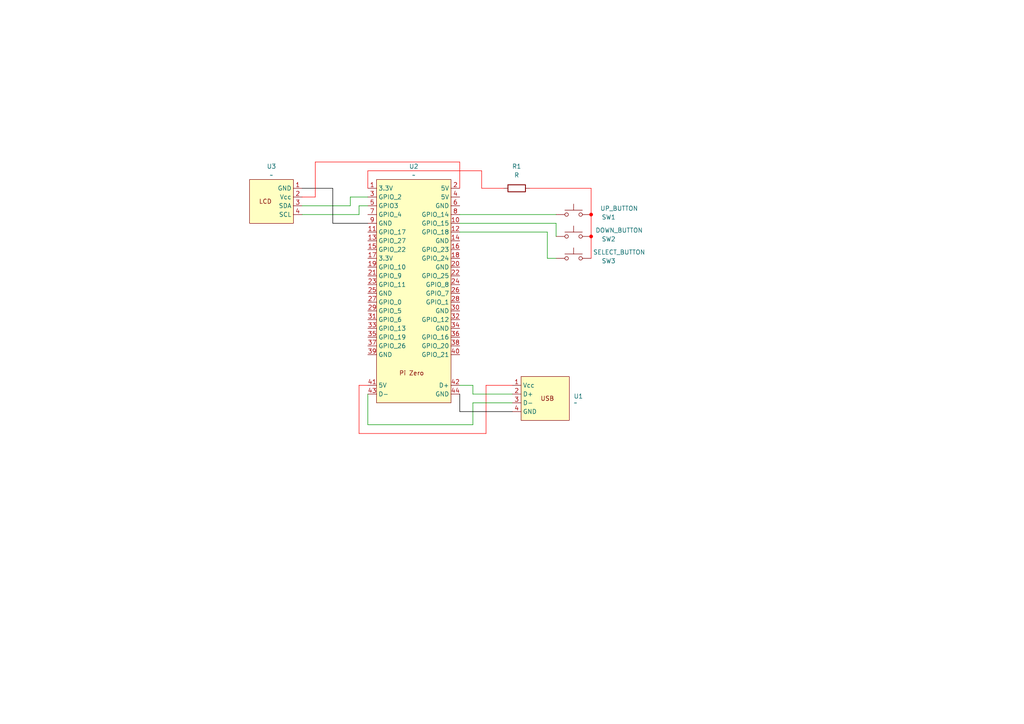
<source format=kicad_sch>
(kicad_sch (version 20231120) (generator "eeschema") (generator_version "8.0")
  (paper "A4")
  (lib_symbols
    (symbol "Device:R" (pin_numbers hide) (pin_names (offset 0))
      (property "Reference" "R" (at 2.032 0 90))
      (property "Value" "R" (at 0 0 90))
      (symbol "R_0_1"
        (rectangle (start -1.016 -2.54) (end 1.016 2.54) (stroke (width 0.254)))
      )
      (symbol "R_1_1"
        (pin passive line (at 0 3.81 270) (length 1.27) (name "~") (number "1"))
        (pin passive line (at 0 -3.81 90) (length 1.27) (name "~") (number "2"))
      )
    )
    (symbol "Switch:SW_Push" (pin_numbers hide) (pin_names (offset 1.016) hide)
      (property "Reference" "SW" (at 1.27 2.54 0))
      (property "Value" "SW_Push" (at 0 -1.524 0))
      (symbol "SW_Push_0_1"
        (circle (center -2.032 0) (radius 0.508))
        (polyline (pts (xy 0 1.27) (xy 0 3.048)))
        (polyline (pts (xy 2.54 1.27) (xy -2.54 1.27)))
        (circle (center 2.032 0) (radius 0.508))
        (pin passive line (at -5.08 0 0) (length 2.54) (name "1") (number "1"))
        (pin passive line (at 5.08 0 180) (length 2.54) (name "2") (number "2"))
      )
    )
    (symbol "pass_man_symbols:I2C_LCD"
      (property "Reference" "U" (at 0 0 0))
      (symbol "I2C_LCD_1_1"
        (rectangle (start -15.24 6.35) (end -2.54 -6.35) (fill (type background)))
        (text "LCD" (at -10.668 0 0) (effects (font (size 1.27 1.27))))
        (pin power_in line (at 0 3.81 180) (length 2.54) (name "GND") (number "1"))
        (pin power_in line (at 0 1.27 180) (length 2.54) (name "Vcc") (number "2"))
        (pin bidirectional line (at 0 -1.27 180) (length 2.54) (name "SDA") (number "3"))
        (pin bidirectional line (at 0 -3.81 180) (length 2.54) (name "SCL") (number "4"))
      )
    )
    (symbol "pass_man_symbols:pi_USB_connector"
      (property "Reference" "U" (at 0 0 0))
      (symbol "pi_USB_connector_1_1"
        (rectangle (start 2.54 6.35) (end 16.51 -6.35) (fill (type background)))
        (text "USB" (at 10.16 0 0) (effects (font (size 1.27 1.27))))
        (pin power_in line (at 0 3.81 0) (length 2.54) (name "Vcc") (number "1"))
        (pin bidirectional line (at 0 1.27 0) (length 2.54) (name "D+") (number "2"))
        (pin bidirectional line (at 0 -1.27 0) (length 2.54) (name "D-") (number "3"))
        (pin power_in line (at 0 -3.81 0) (length 2.54) (name "GND") (number "4"))
      )
    )
    (symbol "pass_man_symbols:pi_zero"
      (property "Reference" "U" (at 0 0 0))
      (symbol "pi_zero_1_1"
        (rectangle (start 0 16.51) (end 21.59 -48.26) (fill (type background)))
        (text "Pi Zero" (at 10.16 -39.624 0) (effects (font (size 1.27 1.27))))
        (pin power_out line (at -2.54 13.97 0) (length 2.54) (name "3.3V") (number "1"))
        (pin bidirectional line (at 24.13 3.81 180) (length 2.54) (name "GPIO_15") (number "10"))
        (pin bidirectional line (at -2.54 1.27 0) (length 2.54) (name "GPIO_17") (number "11"))
        (pin bidirectional line (at 24.13 1.27 180) (length 2.54) (name "GPIO_18") (number "12"))
        (pin bidirectional line (at -2.54 -1.27 0) (length 2.54) (name "GPIO_27") (number "13"))
        (pin power_in line (at 24.13 -1.27 180) (length 2.54) (name "GND") (number "14"))
        (pin bidirectional line (at -2.54 -3.81 0) (length 2.54) (name "GPIO_22") (number "15"))
        (pin bidirectional line (at 24.13 -3.81 180) (length 2.54) (name "GPIO_23") (number "16"))
        (pin power_out line (at -2.54 -6.35 0) (length 2.54) (name "3.3V") (number "17"))
        (pin bidirectional line (at 24.13 -6.35 180) (length 2.54) (name "GPIO_24") (number "18"))
        (pin bidirectional line (at -2.54 -8.89 0) (length 2.54) (name "GPIO_10") (number "19"))
        (pin power_out line (at 24.13 13.97 180) (length 2.54) (name "5V") (number "2"))
        (pin power_in line (at 24.13 -8.89 180) (length 2.54) (name "GND") (number "20"))
        (pin bidirectional line (at -2.54 -11.43 0) (length 2.54) (name "GPIO_9") (number "21"))
        (pin bidirectional line (at 24.13 -11.43 180) (length 2.54) (name "GPIO_25") (number "22"))
        (pin bidirectional line (at -2.54 -13.97 0) (length 2.54) (name "GPIO_11") (number "23"))
        (pin bidirectional line (at 24.13 -13.97 180) (length 2.54) (name "GPIO_8") (number "24"))
        (pin power_in line (at -2.54 -16.51 0) (length 2.54) (name "GND") (number "25"))
        (pin bidirectional line (at 24.13 -16.51 180) (length 2.54) (name "GPIO_7") (number "26"))
        (pin bidirectional line (at -2.54 -19.05 0) (length 2.54) (name "GPIO_0") (number "27"))
        (pin bidirectional line (at 24.13 -19.05 180) (length 2.54) (name "GPIO_1") (number "28"))
        (pin bidirectional line (at -2.54 -21.59 0) (length 2.54) (name "GPIO_5") (number "29"))
        (pin bidirectional line (at -2.54 11.43 0) (length 2.54) (name "GPIO_2") (number "3"))
        (pin power_in line (at 24.13 -21.59 180) (length 2.54) (name "GND") (number "30"))
        (pin bidirectional line (at -2.54 -24.13 0) (length 2.54) (name "GPIO_6") (number "31"))
        (pin bidirectional line (at 24.13 -24.13 180) (length 2.54) (name "GPIO_12") (number "32"))
        (pin bidirectional line (at -2.54 -26.67 0) (length 2.54) (name "GPIO_13") (number "33"))
        (pin power_in line (at 24.13 -26.67 180) (length 2.54) (name "GND") (number "34"))
        (pin bidirectional line (at -2.54 -29.21 0) (length 2.54) (name "GPIO_19") (number "35"))
        (pin bidirectional line (at 24.13 -29.21 180) (length 2.54) (name "GPIO_16") (number "36"))
        (pin bidirectional line (at -2.54 -31.75 0) (length 2.54) (name "GPIO_26") (number "37"))
        (pin bidirectional line (at 24.13 -31.75 180) (length 2.54) (name "GPIO_20") (number "38"))
        (pin power_in line (at -2.54 -34.29 0) (length 2.54) (name "GND") (number "39"))
        (pin power_out line (at 24.13 11.43 180) (length 2.54) (name "5V") (number "4"))
        (pin bidirectional line (at 24.13 -34.29 180) (length 2.54) (name "GPIO_21") (number "40"))
        (pin power_in line (at -2.54 -43.18 0) (length 2.54) (name "5V") (number "41"))
        (pin bidirectional line (at 24.13 -43.18 180) (length 2.54) (name "D+") (number "42"))
        (pin bidirectional line (at -2.54 -45.72 0) (length 2.54) (name "D-") (number "43"))
        (pin power_in line (at 24.13 -45.72 180) (length 2.54) (name "GND") (number "44"))
        (pin bidirectional line (at -2.54 8.89 0) (length 2.54) (name "GPIO3") (number "5"))
        (pin power_in line (at 24.13 8.89 180) (length 2.54) (name "GND") (number "6"))
        (pin bidirectional line (at -2.54 6.35 0) (length 2.54) (name "GPIO_4") (number "7"))
        (pin bidirectional line (at 24.13 6.35 180) (length 2.54) (name "GPIO_14") (number "8"))
        (pin power_in line (at -2.54 3.81 0) (length 2.54) (name "GND") (number "9"))
      )
    )
  )
  (junction (at 171.45 68.58) (color 255 0 0 1))
  (junction (at 171.45 62.23) (color 255 0 0 1))
  (wire (pts (xy 87.63 59.69) (xy 101.6 59.69)))
  (wire (pts (xy 148.59 116.84) (xy 137.16 116.84)))
  (wire (pts (xy 91.44 57.15) (xy 87.63 57.15)) (stroke (width 0) (color 255 0 0 1)))
  (wire (pts (xy 137.16 116.84) (xy 137.16 123.19)))
  (wire (pts (xy 133.35 46.99) (xy 91.44 46.99)) (stroke (width 0) (color 255 0 0 1)))
  (wire (pts (xy 133.35 119.38) (xy 133.35 114.3)) (stroke (width 0) (color 0 0 0 1)))
  (wire (pts (xy 104.14 62.23) (xy 104.14 59.69)))
  (wire (pts (xy 91.44 46.99) (xy 91.44 57.15)) (stroke (width 0) (color 255 0 0 1)))
  (wire (pts (xy 106.68 64.77) (xy 96.52 64.77)) (stroke (width 0) (color 0 0 0 1)))
  (wire (pts (xy 106.68 123.19) (xy 106.68 114.3)))
  (wire (pts (xy 104.14 111.76) (xy 106.68 111.76)) (stroke (width 0) (color 255 0 0 1)))
  (wire (pts (xy 148.59 111.76) (xy 140.97 111.76)) (stroke (width 0) (color 255 0 0 1)))
  (wire (pts (xy 104.14 125.73) (xy 104.14 111.76)) (stroke (width 0) (color 255 0 0 1)))
  (wire (pts (xy 161.29 74.93) (xy 158.75 74.93)))
  (wire (pts (xy 140.97 125.73) (xy 104.14 125.73)) (stroke (width 0) (color 255 0 0 1)))
  (wire (pts (xy 171.45 62.23) (xy 171.45 68.58)) (stroke (width 0) (color 255 0 0 1)))
  (wire (pts (xy 106.68 54.61) (xy 106.68 49.53)) (stroke (width 0) (color 255 0 0 1)))
  (wire (pts (xy 153.67 54.61) (xy 171.45 54.61)) (stroke (width 0) (color 255 0 0 1)))
  (wire (pts (xy 96.52 64.77) (xy 96.52 54.61)) (stroke (width 0) (color 0 0 0 1)))
  (wire (pts (xy 139.7 54.61) (xy 146.05 54.61)) (stroke (width 0) (color 255 0 0 1)))
  (wire (pts (xy 87.63 62.23) (xy 104.14 62.23)))
  (wire (pts (xy 171.45 54.61) (xy 171.45 62.23)) (stroke (width 0) (color 255 0 0 1)))
  (wire (pts (xy 133.35 54.61) (xy 133.35 46.99)) (stroke (width 0) (color 255 0 0 1)))
  (wire (pts (xy 171.45 68.58) (xy 171.45 74.93)) (stroke (width 0) (color 255 0 0 1)))
  (wire (pts (xy 139.7 49.53) (xy 139.7 54.61)) (stroke (width 0) (color 255 0 0 1)))
  (wire (pts (xy 148.59 114.3) (xy 137.16 114.3)))
  (wire (pts (xy 140.97 111.76) (xy 140.97 125.73)) (stroke (width 0) (color 255 0 0 1)))
  (wire (pts (xy 101.6 57.15) (xy 106.68 57.15)))
  (wire (pts (xy 137.16 114.3) (xy 137.16 111.76)))
  (wire (pts (xy 104.14 59.69) (xy 106.68 59.69)))
  (wire (pts (xy 133.35 67.31) (xy 158.75 67.31)))
  (wire (pts (xy 161.29 68.58) (xy 161.29 64.77)))
  (wire (pts (xy 137.16 123.19) (xy 106.68 123.19)))
  (wire (pts (xy 137.16 111.76) (xy 133.35 111.76)))
  (wire (pts (xy 101.6 59.69) (xy 101.6 57.15)))
  (wire (pts (xy 106.68 49.53) (xy 139.7 49.53)) (stroke (width 0) (color 255 0 0 1)))
  (wire (pts (xy 158.75 74.93) (xy 158.75 67.31)))
  (wire (pts (xy 96.52 54.61) (xy 87.63 54.61)) (stroke (width 0) (color 0 0 0 1)))
  (wire (pts (xy 133.35 62.23) (xy 161.29 62.23)))
  (wire (pts (xy 148.59 119.38) (xy 133.35 119.38)) (stroke (width 0) (color 0 0 0 1)))
  (wire (pts (xy 133.35 64.77) (xy 161.29 64.77)))
  (symbol (lib_id "Switch:SW_Push") (at 166.37 62.23 0) (unit 1)
    (property "Reference" "SW1" (at 176.53 62.992 0))
    (property "Value" "UP_BUTTON" (at 179.578 60.452 0))
    (property "Footprint" "Button_Switch_SMD:SW_Push_1P1T_NO_CK_PTS125Sx43PSMTR" (effects (hide yes)))
    (property "Description" "Push button switch, generic, two pins" (effects (hide yes)))
  )
  (symbol (lib_id "Device:R") (at 149.86 54.61 90) (unit 1)
    (property "Reference" "R1" (at 149.86 48.26 90))
    (property "Value" "R" (at 149.86 50.8 90))
    (property "Footprint" "Resistor_SMD:R_0201_0603Metric" (effects (hide yes)))
    (property "Description" "Resistor" (effects (hide yes)))
  )
  (symbol (lib_id "pass_man_symbols:I2C_LCD") (at 87.63 58.42 0) (unit 1)
    (property "Reference" "U3" (at 78.74 48.26 0))
    (property "Value" "~" (at 78.74 50.8 0))
    (property "Footprint" "pass_man_footprints:I2C_LCD" (effects (hide yes)))
  )
  (symbol (lib_id "pass_man_symbols:pi_zero") (at 109.22 68.58 0) (unit 1)
    (property "Reference" "U2" (at 120.015 48.26 0))
    (property "Value" "~" (at 120.015 50.8 0))
    (property "Footprint" "pass_man_footprints:pi_zero_pcb_pins" (effects (hide yes)))
  )
  (symbol (lib_id "Switch:SW_Push") (at 166.37 74.93 0) (unit 1)
    (property "Reference" "SW3" (at 176.53 75.692 0))
    (property "Value" "SELECT_BUTTON" (at 179.578 73.152 0))
    (property "Footprint" "Button_Switch_SMD:SW_Push_1P1T_NO_CK_PTS125Sx43PSMTR" (effects (hide yes)))
    (property "Description" "Push button switch, generic, two pins" (effects (hide yes)))
  )
  (symbol (lib_id "Switch:SW_Push") (at 166.37 68.58 0) (unit 1)
    (property "Reference" "SW2" (at 176.53 69.342 0))
    (property "Value" "DOWN_BUTTON" (at 179.578 66.802 0))
    (property "Footprint" "Button_Switch_SMD:SW_Push_1P1T_NO_CK_PTS125Sx43PSMTR" (effects (hide yes)))
    (property "Description" "Push button switch, generic, two pins" (effects (hide yes)))
  )
  (symbol (lib_id "pass_man_symbols:pi_USB_connector") (at 148.59 115.57 0) (unit 1)
    (property "Reference" "U1" (at 166.37 114.9349 0) (effects (justify left)))
    (property "Value" "~" (at 166.37 116.84 0) (effects (justify left)))
    (property "Footprint" "pass_man_footprints:pi_USB_connector" (effects (hide yes)))
  )
)
</source>
